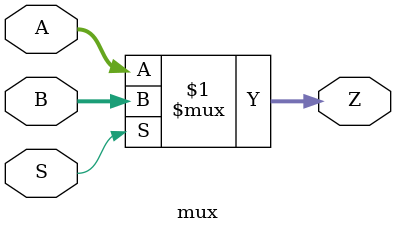
<source format=sv>
`timescale 1ns / 1ps
module mux(
input [3:0]A
,input [3:0]B,
                input S, 
		    output [3:0]Z);
assign Z =S ?B:A ; 



/*
logic S_Not;
logic [3:0]t1, t2;

not (S_Not, S);
assign t1= A & S_Not;
assign t2= B &S; 
assign Z= t1|t2;
*/
endmodule
</source>
